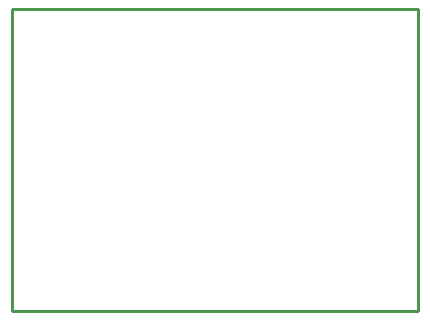
<source format=gm1>
G04*
G04 #@! TF.GenerationSoftware,Altium Limited,Altium Designer,24.9.1 (31)*
G04*
G04 Layer_Color=16711935*
%FSLAX44Y44*%
%MOMM*%
G71*
G04*
G04 #@! TF.SameCoordinates,E0E2E8FB-4ECB-446F-B722-EA019F66CEEA*
G04*
G04*
G04 #@! TF.FilePolarity,Positive*
G04*
G01*
G75*
%ADD10C,0.2540*%
D10*
X344170D01*
X0Y255270D02*
X344170D01*
Y0D02*
Y255270D01*
X0Y0D02*
Y255270D01*
M02*

</source>
